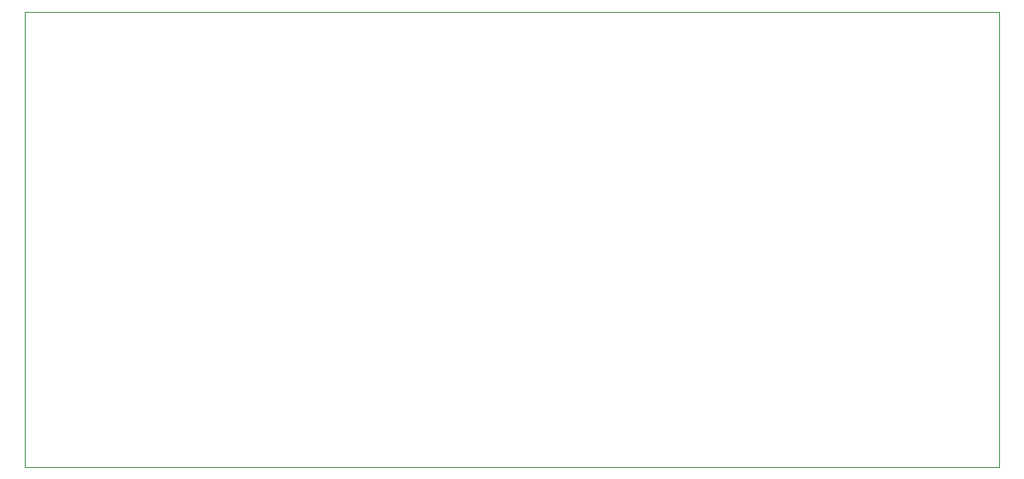
<source format=gbr>
G04 #@! TF.GenerationSoftware,KiCad,Pcbnew,5.1.5-52549c5~84~ubuntu18.04.1*
G04 #@! TF.CreationDate,2020-06-25T11:55:21+02:00*
G04 #@! TF.ProjectId,optical_encoder,6f707469-6361-46c5-9f65-6e636f646572,rev?*
G04 #@! TF.SameCoordinates,Original*
G04 #@! TF.FileFunction,Profile,NP*
%FSLAX46Y46*%
G04 Gerber Fmt 4.6, Leading zero omitted, Abs format (unit mm)*
G04 Created by KiCad (PCBNEW 5.1.5-52549c5~84~ubuntu18.04.1) date 2020-06-25 11:55:21*
%MOMM*%
%LPD*%
G04 APERTURE LIST*
%ADD10C,0.050000*%
G04 APERTURE END LIST*
D10*
X104320000Y-120240000D02*
X104300000Y-75160000D01*
X200710000Y-120250000D02*
X104320000Y-120240000D01*
X200710000Y-75160000D02*
X200710000Y-120250000D01*
X104300000Y-75160000D02*
X200710000Y-75160000D01*
M02*

</source>
